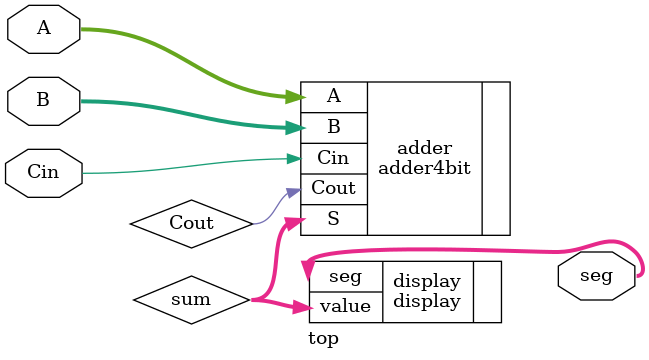
<source format=v>
module top(input [3:0] A, input [3:0] B, input Cin, output reg [6:0] seg);

    wire [3:0] sum;
    wire Cout;

    adder4bit adder(.A(A), .B(B), .Cin(Cin), .S(sum), .Cout(Cout));
    display display(.value(sum), .seg(seg));

endmodule

</source>
